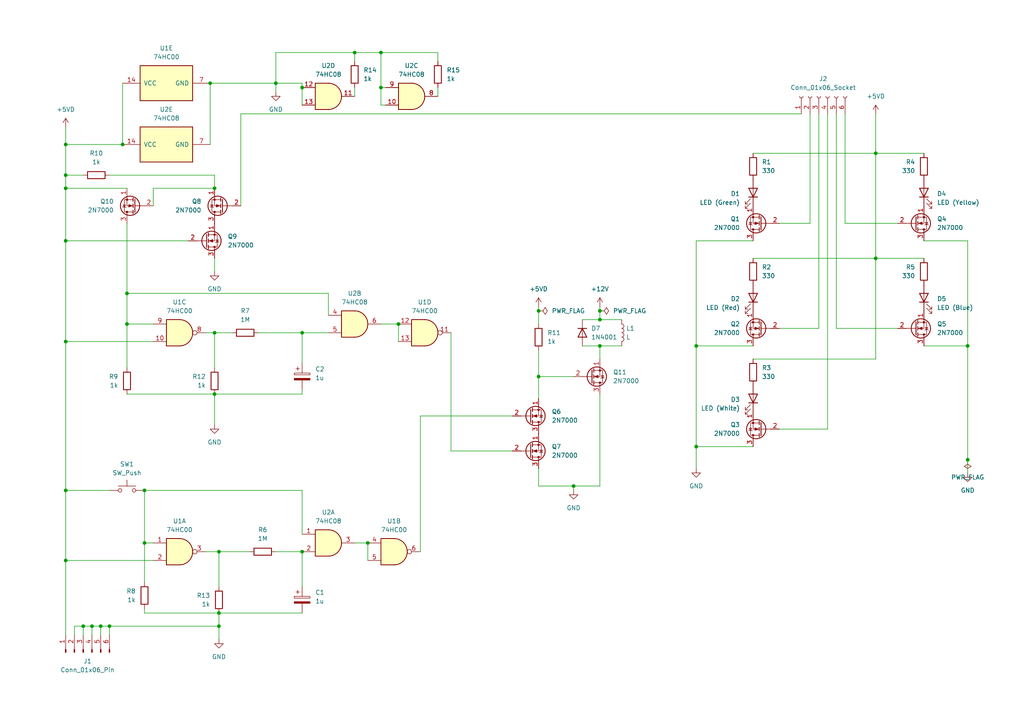
<source format=kicad_sch>
(kicad_sch (version 20230121) (generator eeschema)
  (paper "A4")
  (lib_symbols
    (symbol "74HC00_1" (pin_names (offset 1.016))
      (property "Reference" "U2" (at -0.0083 8.89 0))
      (property "Value" "74HC08" (at -0.0083 6.35 0))
      (symbol "74HC00_1_1_1"
        (pin input line (at -7.62 2.54 0) (length 3.81) (name "~") (number "1"))
        (pin input line (at -7.62 -2.54 0) (length 3.81) (name "~") (number "2"))
        (pin output line (at 7.62 0 180) (length 3.81) (name "~") (number "3"))
      )
      (symbol "74HC00_1_1_2"
        (pin input inverted (at -7.62 2.54 0) (length 4.318) (name "~") (number "1"))
        (pin input inverted (at -7.62 -2.54 0) (length 4.318) (name "~") (number "2"))
        (pin output line (at 7.62 0 180) (length 3.81) (name "~") (number "3"))
      )
      (symbol "74HC00_1_2_1"
        (pin input line (at -7.62 2.54 0) (length 3.81) (name "~") (number "4"))
        (pin input line (at -7.62 -2.54 0) (length 3.81) (name "~") (number "5"))
        (pin output line (at 7.62 0 180) (length 3.81) (name "~") (number "6"))
      )
      (symbol "74HC00_1_2_2"
        (pin input inverted (at -7.62 2.54 0) (length 4.318) (name "~") (number "4"))
        (pin input inverted (at -7.62 -2.54 0) (length 4.318) (name "~") (number "5"))
        (pin output line (at 7.62 0 180) (length 3.81) (name "~") (number "6"))
      )
      (symbol "74HC00_1_3_1"
        (pin input line (at -7.62 -2.54 0) (length 3.81) (name "~") (number "10"))
        (pin output line (at 7.62 0 180) (length 3.81) (name "~") (number "8"))
        (pin input line (at -7.62 2.54 0) (length 3.81) (name "~") (number "9"))
      )
      (symbol "74HC00_1_3_2"
        (pin input inverted (at -7.62 -2.54 0) (length 4.318) (name "~") (number "10"))
        (pin output line (at 7.62 0 180) (length 3.81) (name "~") (number "8"))
        (pin input inverted (at -7.62 2.54 0) (length 4.318) (name "~") (number "9"))
      )
      (symbol "74HC00_1_4_1"
        (pin output line (at 7.62 0 180) (length 3.81) (name "~") (number "11"))
        (pin input line (at -7.62 2.54 0) (length 3.81) (name "~") (number "12"))
        (pin input line (at -7.62 -2.54 0) (length 3.81) (name "~") (number "13"))
      )
      (symbol "74HC00_1_4_2"
        (pin output line (at 7.62 0 180) (length 3.81) (name "~") (number "11"))
        (pin input inverted (at -7.62 2.54 0) (length 4.318) (name "~") (number "12"))
        (pin input inverted (at -7.62 -2.54 0) (length 4.318) (name "~") (number "13"))
      )
      (symbol "74HC00_1_5_0"
        (pin power_in line (at 0 12.7 270) (length 5.08) (name "VCC") (number "14"))
        (pin power_in line (at 0 -12.7 90) (length 5.08) (name "GND") (number "7"))
      )
    )
    (symbol "74HC00_2" (pin_names (offset 1.016))
      (property "Reference" "U2" (at -0.0083 8.89 0))
      (property "Value" "74HC08" (at -0.0083 6.35 0))
      (symbol "74HC00_2_1_1"
        (pin input line (at -7.62 2.54 0) (length 3.81) (name "~") (number "1"))
        (pin input line (at -7.62 -2.54 0) (length 3.81) (name "~") (number "2"))
        (pin output line (at 7.62 0 180) (length 3.81) (name "~") (number "3"))
      )
      (symbol "74HC00_2_1_2"
        (pin input inverted (at -7.62 2.54 0) (length 4.318) (name "~") (number "1"))
        (pin input inverted (at -7.62 -2.54 0) (length 4.318) (name "~") (number "2"))
        (pin output line (at 7.62 0 180) (length 3.81) (name "~") (number "3"))
      )
      (symbol "74HC00_2_2_1"
        (pin input line (at -7.62 2.54 0) (length 3.81) (name "~") (number "4"))
        (pin input line (at -7.62 -2.54 0) (length 3.81) (name "~") (number "5"))
        (pin output line (at 7.62 0 180) (length 3.81) (name "~") (number "6"))
      )
      (symbol "74HC00_2_2_2"
        (pin input inverted (at -7.62 2.54 0) (length 4.318) (name "~") (number "4"))
        (pin input inverted (at -7.62 -2.54 0) (length 4.318) (name "~") (number "5"))
        (pin output line (at 7.62 0 180) (length 3.81) (name "~") (number "6"))
      )
      (symbol "74HC00_2_3_1"
        (pin input line (at -7.62 -2.54 0) (length 3.81) (name "~") (number "10"))
        (pin output line (at 7.62 0 180) (length 3.81) (name "~") (number "8"))
        (pin input line (at -7.62 2.54 0) (length 3.81) (name "~") (number "9"))
      )
      (symbol "74HC00_2_3_2"
        (pin input inverted (at -7.62 -2.54 0) (length 4.318) (name "~") (number "10"))
        (pin output line (at 7.62 0 180) (length 3.81) (name "~") (number "8"))
        (pin input inverted (at -7.62 2.54 0) (length 4.318) (name "~") (number "9"))
      )
      (symbol "74HC00_2_4_1"
        (pin output line (at 7.62 0 180) (length 3.81) (name "~") (number "11"))
        (pin input line (at -7.62 2.54 0) (length 3.81) (name "~") (number "12"))
        (pin input line (at -7.62 -2.54 0) (length 3.81) (name "~") (number "13"))
      )
      (symbol "74HC00_2_4_2"
        (pin output line (at 7.62 0 180) (length 3.81) (name "~") (number "11"))
        (pin input inverted (at -7.62 2.54 0) (length 4.318) (name "~") (number "12"))
        (pin input inverted (at -7.62 -2.54 0) (length 4.318) (name "~") (number "13"))
      )
      (symbol "74HC00_2_5_0"
        (pin power_in line (at 0 12.7 270) (length 5.08) (name "VCC") (number "14"))
        (pin power_in line (at 0 -12.7 90) (length 5.08) (name "GND") (number "7"))
      )
    )
    (symbol "74HC00_3" (pin_names (offset 1.016))
      (property "Reference" "U2" (at -0.0083 8.89 0))
      (property "Value" "74HC08" (at -0.0083 6.35 0))
      (symbol "74HC00_3_1_1"
        (pin input line (at -7.62 2.54 0) (length 3.81) (name "~") (number "1"))
        (pin input line (at -7.62 -2.54 0) (length 3.81) (name "~") (number "2"))
        (pin output line (at 7.62 0 180) (length 3.81) (name "~") (number "3"))
      )
      (symbol "74HC00_3_1_2"
        (pin input inverted (at -7.62 2.54 0) (length 4.318) (name "~") (number "1"))
        (pin input inverted (at -7.62 -2.54 0) (length 4.318) (name "~") (number "2"))
        (pin output line (at 7.62 0 180) (length 3.81) (name "~") (number "3"))
      )
      (symbol "74HC00_3_2_1"
        (pin input line (at -7.62 2.54 0) (length 3.81) (name "~") (number "4"))
        (pin input line (at -7.62 -2.54 0) (length 3.81) (name "~") (number "5"))
        (pin output line (at 7.62 0 180) (length 3.81) (name "~") (number "6"))
      )
      (symbol "74HC00_3_2_2"
        (pin input inverted (at -7.62 2.54 0) (length 4.318) (name "~") (number "4"))
        (pin input inverted (at -7.62 -2.54 0) (length 4.318) (name "~") (number "5"))
        (pin output line (at 7.62 0 180) (length 3.81) (name "~") (number "6"))
      )
      (symbol "74HC00_3_3_1"
        (pin input line (at -7.62 -2.54 0) (length 3.81) (name "~") (number "10"))
        (pin output line (at 7.62 0 180) (length 3.81) (name "~") (number "8"))
        (pin input line (at -7.62 2.54 0) (length 3.81) (name "~") (number "9"))
      )
      (symbol "74HC00_3_3_2"
        (pin input inverted (at -7.62 -2.54 0) (length 4.318) (name "~") (number "10"))
        (pin output line (at 7.62 0 180) (length 3.81) (name "~") (number "8"))
        (pin input inverted (at -7.62 2.54 0) (length 4.318) (name "~") (number "9"))
      )
      (symbol "74HC00_3_4_1"
        (pin output line (at 7.62 0 180) (length 3.81) (name "~") (number "11"))
        (pin input line (at -7.62 2.54 0) (length 3.81) (name "~") (number "12"))
        (pin input line (at -7.62 -2.54 0) (length 3.81) (name "~") (number "13"))
      )
      (symbol "74HC00_3_4_2"
        (pin output line (at 7.62 0 180) (length 3.81) (name "~") (number "11"))
        (pin input inverted (at -7.62 2.54 0) (length 4.318) (name "~") (number "12"))
        (pin input inverted (at -7.62 -2.54 0) (length 4.318) (name "~") (number "13"))
      )
      (symbol "74HC00_3_5_0"
        (pin power_in line (at 0 12.7 270) (length 5.08) (name "VCC") (number "14"))
        (pin power_in line (at 0 -12.7 90) (length 5.08) (name "GND") (number "7"))
      )
    )
    (symbol "74HC00_4" (pin_names (offset 1.016))
      (property "Reference" "U2" (at -0.0083 8.89 0))
      (property "Value" "74HC08" (at -0.0083 6.35 0))
      (symbol "74HC00_4_1_1"
        (pin input line (at -7.62 2.54 0) (length 3.81) (name "~") (number "1"))
        (pin input line (at -7.62 -2.54 0) (length 3.81) (name "~") (number "2"))
        (pin output line (at 7.62 0 180) (length 3.81) (name "~") (number "3"))
      )
      (symbol "74HC00_4_1_2"
        (pin input inverted (at -7.62 2.54 0) (length 4.318) (name "~") (number "1"))
        (pin input inverted (at -7.62 -2.54 0) (length 4.318) (name "~") (number "2"))
        (pin output line (at 7.62 0 180) (length 3.81) (name "~") (number "3"))
      )
      (symbol "74HC00_4_2_1"
        (pin input line (at -7.62 2.54 0) (length 3.81) (name "~") (number "4"))
        (pin input line (at -7.62 -2.54 0) (length 3.81) (name "~") (number "5"))
        (pin output line (at 7.62 0 180) (length 3.81) (name "~") (number "6"))
      )
      (symbol "74HC00_4_2_2"
        (pin input inverted (at -7.62 2.54 0) (length 4.318) (name "~") (number "4"))
        (pin input inverted (at -7.62 -2.54 0) (length 4.318) (name "~") (number "5"))
        (pin output line (at 7.62 0 180) (length 3.81) (name "~") (number "6"))
      )
      (symbol "74HC00_4_3_1"
        (pin input line (at -7.62 -2.54 0) (length 3.81) (name "~") (number "10"))
        (pin output line (at 7.62 0 180) (length 3.81) (name "~") (number "8"))
        (pin input line (at -7.62 2.54 0) (length 3.81) (name "~") (number "9"))
      )
      (symbol "74HC00_4_3_2"
        (pin input inverted (at -7.62 -2.54 0) (length 4.318) (name "~") (number "10"))
        (pin output line (at 7.62 0 180) (length 3.81) (name "~") (number "8"))
        (pin input inverted (at -7.62 2.54 0) (length 4.318) (name "~") (number "9"))
      )
      (symbol "74HC00_4_4_1"
        (pin output line (at 7.62 0 180) (length 3.81) (name "~") (number "11"))
        (pin input line (at -7.62 2.54 0) (length 3.81) (name "~") (number "12"))
        (pin input line (at -7.62 -2.54 0) (length 3.81) (name "~") (number "13"))
      )
      (symbol "74HC00_4_4_2"
        (pin output line (at 7.62 0 180) (length 3.81) (name "~") (number "11"))
        (pin input inverted (at -7.62 2.54 0) (length 4.318) (name "~") (number "12"))
        (pin input inverted (at -7.62 -2.54 0) (length 4.318) (name "~") (number "13"))
      )
      (symbol "74HC00_4_5_0"
        (pin power_in line (at 0 12.7 270) (length 5.08) (name "VCC") (number "14"))
        (pin power_in line (at 0 -12.7 90) (length 5.08) (name "GND") (number "7"))
      )
    )
    (symbol "74HC00_5" (pin_names (offset 1.016))
      (property "Reference" "U2" (at -0.0083 8.89 0))
      (property "Value" "74HC08" (at -0.0083 6.35 0))
      (symbol "74HC00_5_1_1"
        (pin input line (at -7.62 2.54 0) (length 3.81) (name "~") (number "1"))
        (pin input line (at -7.62 -2.54 0) (length 3.81) (name "~") (number "2"))
        (pin output line (at 7.62 0 180) (length 3.81) (name "~") (number "3"))
      )
      (symbol "74HC00_5_1_2"
        (pin input inverted (at -7.62 2.54 0) (length 4.318) (name "~") (number "1"))
        (pin input inverted (at -7.62 -2.54 0) (length 4.318) (name "~") (number "2"))
        (pin output line (at 7.62 0 180) (length 3.81) (name "~") (number "3"))
      )
      (symbol "74HC00_5_2_1"
        (pin input line (at -7.62 2.54 0) (length 3.81) (name "~") (number "4"))
        (pin input line (at -7.62 -2.54 0) (length 3.81) (name "~") (number "5"))
        (pin output line (at 7.62 0 180) (length 3.81) (name "~") (number "6"))
      )
      (symbol "74HC00_5_2_2"
        (pin input inverted (at -7.62 2.54 0) (length 4.318) (name "~") (number "4"))
        (pin input inverted (at -7.62 -2.54 0) (length 4.318) (name "~") (number "5"))
        (pin output line (at 7.62 0 180) (length 3.81) (name "~") (number "6"))
      )
      (symbol "74HC00_5_3_1"
        (pin input line (at -7.62 -2.54 0) (length 3.81) (name "~") (number "10"))
        (pin output line (at 7.62 0 180) (length 3.81) (name "~") (number "8"))
        (pin input line (at -7.62 2.54 0) (length 3.81) (name "~") (number "9"))
      )
      (symbol "74HC00_5_3_2"
        (pin input inverted (at -7.62 -2.54 0) (length 4.318) (name "~") (number "10"))
        (pin output line (at 7.62 0 180) (length 3.81) (name "~") (number "8"))
        (pin input inverted (at -7.62 2.54 0) (length 4.318) (name "~") (number "9"))
      )
      (symbol "74HC00_5_4_1"
        (pin output line (at 7.62 0 180) (length 3.81) (name "~") (number "11"))
        (pin input line (at -7.62 2.54 0) (length 3.81) (name "~") (number "12"))
        (pin input line (at -7.62 -2.54 0) (length 3.81) (name "~") (number "13"))
      )
      (symbol "74HC00_5_4_2"
        (pin output line (at 7.62 0 180) (length 3.81) (name "~") (number "11"))
        (pin input inverted (at -7.62 2.54 0) (length 4.318) (name "~") (number "12"))
        (pin input inverted (at -7.62 -2.54 0) (length 4.318) (name "~") (number "13"))
      )
      (symbol "74HC00_5_5_0"
        (pin power_in line (at 0 12.7 270) (length 5.08) (name "VCC") (number "14"))
        (pin power_in line (at 0 -12.7 90) (length 5.08) (name "GND") (number "7"))
      )
    )
    (symbol "74xx:74HC00" (pin_names (offset 1.016))
      (property "Reference" "U" (at 0 1.27 0))
      (property "Value" "74HC00" (at 0 -1.27 0))
      (symbol "74HC00_1_1"
        (pin input line (at -7.62 2.54 0) (length 3.81) (name "~") (number "1"))
        (pin input line (at -7.62 -2.54 0) (length 3.81) (name "~") (number "2"))
        (pin output inverted (at 7.62 0 180) (length 3.81) (name "~") (number "3"))
      )
      (symbol "74HC00_1_2"
        (pin input inverted (at -7.62 2.54 0) (length 4.318) (name "~") (number "1"))
        (pin input inverted (at -7.62 -2.54 0) (length 4.318) (name "~") (number "2"))
        (pin output line (at 7.62 0 180) (length 3.81) (name "~") (number "3"))
      )
      (symbol "74HC00_2_1"
        (pin input line (at -7.62 2.54 0) (length 3.81) (name "~") (number "4"))
        (pin input line (at -7.62 -2.54 0) (length 3.81) (name "~") (number "5"))
        (pin output inverted (at 7.62 0 180) (length 3.81) (name "~") (number "6"))
      )
      (symbol "74HC00_2_2"
        (pin input inverted (at -7.62 2.54 0) (length 4.318) (name "~") (number "4"))
        (pin input inverted (at -7.62 -2.54 0) (length 4.318) (name "~") (number "5"))
        (pin output line (at 7.62 0 180) (length 3.81) (name "~") (number "6"))
      )
      (symbol "74HC00_3_1"
        (pin input line (at -7.62 -2.54 0) (length 3.81) (name "~") (number "10"))
        (pin output inverted (at 7.62 0 180) (length 3.81) (name "~") (number "8"))
        (pin input line (at -7.62 2.54 0) (length 3.81) (name "~") (number "9"))
      )
      (symbol "74HC00_3_2"
        (pin input inverted (at -7.62 -2.54 0) (length 4.318) (name "~") (number "10"))
        (pin output line (at 7.62 0 180) (length 3.81) (name "~") (number "8"))
        (pin input inverted (at -7.62 2.54 0) (length 4.318) (name "~") (number "9"))
      )
      (symbol "74HC00_4_1"
        (pin output inverted (at 7.62 0 180) (length 3.81) (name "~") (number "11"))
        (pin input line (at -7.62 2.54 0) (length 3.81) (name "~") (number "12"))
        (pin input line (at -7.62 -2.54 0) (length 3.81) (name "~") (number "13"))
      )
      (symbol "74HC00_4_2"
        (pin output line (at 7.62 0 180) (length 3.81) (name "~") (number "11"))
        (pin input inverted (at -7.62 2.54 0) (length 4.318) (name "~") (number "12"))
        (pin input inverted (at -7.62 -2.54 0) (length 4.318) (name "~") (number "13"))
      )
      (symbol "74HC00_5_0"
        (pin power_in line (at 0 12.7 270) (length 5.08) (name "VCC") (number "14"))
        (pin power_in line (at 0 -12.7 90) (length 5.08) (name "GND") (number "7"))
      )
    )
    (symbol "Connector:Conn_01x06_Pin" (pin_names (offset 1.016) hide)
      (property "Reference" "J" (at 0 7.62 0))
      (property "Value" "Conn_01x06_Pin" (at 0 -10.16 0))
      (symbol "Conn_01x06_Pin_1_1"
        (pin passive line (at 5.08 5.08 180) (length 3.81) (name "Pin_1") (number "1"))
        (pin passive line (at 5.08 2.54 180) (length 3.81) (name "Pin_2") (number "2"))
        (pin passive line (at 5.08 0 180) (length 3.81) (name "Pin_3") (number "3"))
        (pin passive line (at 5.08 -2.54 180) (length 3.81) (name "Pin_4") (number "4"))
        (pin passive line (at 5.08 -5.08 180) (length 3.81) (name "Pin_5") (number "5"))
        (pin passive line (at 5.08 -7.62 180) (length 3.81) (name "Pin_6") (number "6"))
      )
    )
    (symbol "Connector:Conn_01x06_Socket" (pin_names (offset 1.016) hide)
      (property "Reference" "J" (at 0 7.62 0))
      (property "Value" "Conn_01x06_Socket" (at 0 -10.16 0))
      (symbol "Conn_01x06_Socket_1_1"
        (pin passive line (at -5.08 5.08 0) (length 3.81) (name "Pin_1") (number "1"))
        (pin passive line (at -5.08 2.54 0) (length 3.81) (name "Pin_2") (number "2"))
        (pin passive line (at -5.08 0 0) (length 3.81) (name "Pin_3") (number "3"))
        (pin passive line (at -5.08 -2.54 0) (length 3.81) (name "Pin_4") (number "4"))
        (pin passive line (at -5.08 -5.08 0) (length 3.81) (name "Pin_5") (number "5"))
        (pin passive line (at -5.08 -7.62 0) (length 3.81) (name "Pin_6") (number "6"))
      )
    )
    (symbol "Device:C_Polarized" (pin_numbers hide) (pin_names (offset 0.254))
      (property "Reference" "C" (at 0.635 2.54 0))
      (property "Value" "C_Polarized" (at 0.635 -2.54 0))
      (symbol "C_Polarized_1_1"
        (pin passive line (at 0 3.81 270) (length 2.794) (name "~") (number "1"))
        (pin passive line (at 0 -3.81 90) (length 2.794) (name "~") (number "2"))
      )
    )
    (symbol "Device:L" (pin_numbers hide) (pin_names (offset 1.016) hide)
      (property "Reference" "L" (at -1.27 0 90))
      (property "Value" "L" (at 1.905 0 90))
      (symbol "L_1_1"
        (pin passive line (at 0 3.81 270) (length 1.27) (name "1") (number "1"))
        (pin passive line (at 0 -3.81 90) (length 1.27) (name "2") (number "2"))
      )
    )
    (symbol "Device:LED" (pin_numbers hide) (pin_names (offset 1.016) hide)
      (property "Reference" "D" (at 0 2.54 0))
      (property "Value" "LED" (at 0 -2.54 0))
      (symbol "LED_1_1"
        (pin passive line (at -3.81 0 0) (length 2.54) (name "K") (number "1"))
        (pin passive line (at 3.81 0 180) (length 2.54) (name "A") (number "2"))
      )
    )
    (symbol "Device:R" (pin_numbers hide) (pin_names (offset 0))
      (property "Reference" "R" (at 2.032 0 90))
      (property "Value" "R" (at 0 0 90))
      (symbol "R_1_1"
        (pin passive line (at 0 3.81 270) (length 1.27) (name "~") (number "1"))
        (pin passive line (at 0 -3.81 90) (length 1.27) (name "~") (number "2"))
      )
    )
    (symbol "Diode:1N4001" (pin_numbers hide) (pin_names hide)
      (property "Reference" "D" (at 0 2.54 0))
      (property "Value" "1N4001" (at 0 -2.54 0))
      (symbol "1N4001_1_1"
        (pin passive line (at -3.81 0 0) (length 2.54) (name "K") (number "1"))
        (pin passive line (at 3.81 0 180) (length 2.54) (name "A") (number "2"))
      )
    )
    (symbol "Switch:SW_Push" (pin_numbers hide) (pin_names (offset 1.016) hide)
      (property "Reference" "SW" (at 1.27 2.54 0))
      (property "Value" "SW_Push" (at 0 -1.524 0))
      (symbol "SW_Push_0_1"
        (pin passive line (at -5.08 0 0) (length 2.54) (name "1") (number "1"))
        (pin passive line (at 5.08 0 180) (length 2.54) (name "2") (number "2"))
      )
    )
    (symbol "Transistor_FET:2N7000" (pin_names hide)
      (property "Reference" "Q" (at 5.08 1.905 0))
      (property "Value" "2N7000" (at 5.08 0 0))
      (symbol "2N7000_1_1"
        (pin passive line (at 2.54 -5.08 90) (length 2.54) (name "S") (number "1"))
        (pin input line (at -5.08 0 0) (length 2.54) (name "G") (number "2"))
        (pin passive line (at 2.54 5.08 270) (length 2.54) (name "D") (number "3"))
      )
    )
    (symbol "power:+12V" (power) (pin_names (offset 0))
      (property "Value" "+12V" (at 0 3.556 0))
      (symbol "+12V_1_1"
        (pin power_in line (at 0 0 90) (length 0) hide (name "+12V") (number "1"))
      )
    )
    (symbol "power:+5VD" (power) (pin_names (offset 0))
      (property "Value" "+5VD" (at 0 3.556 0))
      (symbol "+5VD_1_1"
        (pin power_in line (at 0 0 90) (length 0) hide (name "+5VD") (number "1"))
      )
    )
    (symbol "power:GND" (power) (pin_names (offset 0))
      (property "Value" "GND" (at 0 -3.81 0))
      (symbol "GND_1_1"
        (pin power_in line (at 0 0 270) (length 0) hide (name "GND") (number "1"))
      )
    )
    (symbol "power:PWR_FLAG" (power) (pin_numbers hide) (pin_names (offset 0) hide)
      (property "Value" "PWR_FLAG" (at 0 3.81 0))
      (symbol "PWR_FLAG_0_0"
        (pin power_out line (at 0 0 90) (length 0) (name "pwr") (number "1"))
      )
    )
  )
  (junction (at 19.05 41.91))
  (junction (at 106.68 157.48))
  (junction (at 35.56 41.91))
  (junction (at 110.49 15.24))
  (junction (at 102.87 15.24))
  (junction (at 19.05 69.85))
  (junction (at 87.63 96.52))
  (junction (at 173.99 92.71))
  (junction (at 201.93 129.54))
  (junction (at 115.57 93.98))
  (junction (at 156.21 109.22))
  (junction (at 62.23 96.52))
  (junction (at 63.5 177.8))
  (junction (at 19.05 142.24))
  (junction (at 254 74.93))
  (junction (at 254 44.45))
  (junction (at 173.99 100.33))
  (junction (at 173.99 90.17))
  (junction (at 24.13 181.61))
  (junction (at 19.05 162.56))
  (junction (at 26.67 181.61))
  (junction (at 19.05 99.06))
  (junction (at 280.67 100.33))
  (junction (at 87.63 25.4))
  (junction (at 110.49 25.4))
  (junction (at 166.37 140.97))
  (junction (at 19.05 50.8))
  (junction (at 29.21 181.61))
  (junction (at 201.93 100.33))
  (junction (at 62.23 54.61))
  (junction (at 63.5 160.02))
  (junction (at 80.01 24.13))
  (junction (at 41.91 142.24))
  (junction (at 60.96 24.13))
  (junction (at 41.91 157.48))
  (junction (at 31.75 181.61))
  (junction (at 156.21 90.17))
  (junction (at 63.5 181.61))
  (junction (at 36.83 85.09))
  (junction (at 19.05 54.61))
  (junction (at 36.83 93.98))
  (junction (at 62.23 114.3))
  (junction (at 87.63 160.02))
  (junction (at 280.67 133.35))
  (wire (pts (xy 156.21 109.22) (xy 156.21 115.57)))
  (wire (pts (xy 234.95 64.77) (xy 226.06 64.77)))
  (wire (pts (xy 280.67 69.85) (xy 280.67 100.33)))
  (wire (pts (xy 87.63 160.02) (xy 87.63 170.18)))
  (wire (pts (xy 242.57 95.25) (xy 260.35 95.25)))
  (wire (pts (xy 280.67 133.35) (xy 280.67 137.16)))
  (wire (pts (xy 69.85 33.02) (xy 69.85 59.69)))
  (wire (pts (xy 173.99 140.97) (xy 166.37 140.97)))
  (wire (pts (xy 95.25 91.44) (xy 95.25 85.09)))
  (wire (pts (xy 166.37 140.97) (xy 166.37 142.24)))
  (wire (pts (xy 173.99 100.33) (xy 180.34 100.33)))
  (wire (pts (xy 36.83 93.98) (xy 44.45 93.98)))
  (wire (pts (xy 148.59 120.65) (xy 121.92 120.65)))
  (wire (pts (xy 59.69 96.52) (xy 62.23 96.52)))
  (wire (pts (xy 35.56 24.13) (xy 35.56 41.91)))
  (wire (pts (xy 19.05 41.91) (xy 19.05 50.8)))
  (wire (pts (xy 115.57 93.98) (xy 115.57 99.06)))
  (wire (pts (xy 201.93 129.54) (xy 201.93 135.89)))
  (wire (pts (xy 254 44.45) (xy 254 74.93)))
  (wire (pts (xy 19.05 99.06) (xy 19.05 142.24)))
  (wire (pts (xy 87.63 142.24) (xy 41.91 142.24)))
  (wire (pts (xy 62.23 114.3) (xy 87.63 114.3)))
  (wire (pts (xy 156.21 101.6) (xy 156.21 109.22)))
  (wire (pts (xy 102.87 25.4) (xy 102.87 27.94)))
  (wire (pts (xy 60.96 41.91) (xy 60.96 24.13)))
  (wire (pts (xy 74.93 96.52) (xy 87.63 96.52)))
  (wire (pts (xy 237.49 95.25) (xy 226.06 95.25)))
  (wire (pts (xy 44.45 162.56) (xy 19.05 162.56)))
  (wire (pts (xy 180.34 92.71) (xy 173.99 92.71)))
  (wire (pts (xy 168.91 92.71) (xy 173.99 92.71)))
  (wire (pts (xy 19.05 69.85) (xy 19.05 99.06)))
  (wire (pts (xy 31.75 50.8) (xy 62.23 50.8)))
  (wire (pts (xy 242.57 33.02) (xy 242.57 95.25)))
  (wire (pts (xy 218.44 129.54) (xy 201.93 129.54)))
  (wire (pts (xy 111.76 25.4) (xy 110.49 25.4)))
  (wire (pts (xy 21.59 184.15) (xy 21.59 181.61)))
  (wire (pts (xy 35.56 41.91) (xy 19.05 41.91)))
  (wire (pts (xy 62.23 96.52) (xy 67.31 96.52)))
  (wire (pts (xy 280.67 100.33) (xy 280.67 133.35)))
  (wire (pts (xy 102.87 15.24) (xy 102.87 17.78)))
  (wire (pts (xy 110.49 25.4) (xy 110.49 30.48)))
  (wire (pts (xy 267.97 69.85) (xy 280.67 69.85)))
  (wire (pts (xy 62.23 74.93) (xy 62.23 78.74)))
  (wire (pts (xy 87.63 25.4) (xy 87.63 30.48)))
  (wire (pts (xy 63.5 181.61) (xy 63.5 185.42)))
  (wire (pts (xy 41.91 142.24) (xy 41.91 157.48)))
  (wire (pts (xy 166.37 140.97) (xy 156.21 140.97)))
  (wire (pts (xy 26.67 181.61) (xy 29.21 181.61)))
  (wire (pts (xy 26.67 181.61) (xy 26.67 184.15)))
  (wire (pts (xy 240.03 33.02) (xy 240.03 124.46)))
  (wire (pts (xy 62.23 114.3) (xy 62.23 123.19)))
  (wire (pts (xy 168.91 100.33) (xy 173.99 100.33)))
  (wire (pts (xy 41.91 157.48) (xy 41.91 168.91)))
  (wire (pts (xy 36.83 54.61) (xy 19.05 54.61)))
  (wire (pts (xy 44.45 54.61) (xy 44.45 59.69)))
  (wire (pts (xy 36.83 114.3) (xy 62.23 114.3)))
  (wire (pts (xy 156.21 90.17) (xy 156.21 93.98)))
  (wire (pts (xy 41.91 177.8) (xy 41.91 176.53)))
  (wire (pts (xy 254 74.93) (xy 254 104.14)))
  (wire (pts (xy 110.49 15.24) (xy 127 15.24)))
  (wire (pts (xy 102.87 157.48) (xy 106.68 157.48)))
  (wire (pts (xy 80.01 15.24) (xy 102.87 15.24)))
  (wire (pts (xy 62.23 54.61) (xy 44.45 54.61)))
  (wire (pts (xy 173.99 114.3) (xy 173.99 140.97)))
  (wire (pts (xy 87.63 154.94) (xy 87.63 142.24)))
  (wire (pts (xy 173.99 88.9) (xy 173.99 90.17)))
  (wire (pts (xy 44.45 99.06) (xy 19.05 99.06)))
  (wire (pts (xy 240.03 124.46) (xy 226.06 124.46)))
  (wire (pts (xy 69.85 33.02) (xy 232.41 33.02)))
  (wire (pts (xy 63.5 160.02) (xy 63.5 170.18)))
  (wire (pts (xy 29.21 181.61) (xy 31.75 181.61)))
  (wire (pts (xy 63.5 160.02) (xy 72.39 160.02)))
  (wire (pts (xy 19.05 54.61) (xy 19.05 69.85)))
  (wire (pts (xy 60.96 24.13) (xy 80.01 24.13)))
  (wire (pts (xy 19.05 142.24) (xy 31.75 142.24)))
  (wire (pts (xy 87.63 96.52) (xy 87.63 105.41)))
  (wire (pts (xy 237.49 33.02) (xy 237.49 95.25)))
  (wire (pts (xy 254 33.02) (xy 254 44.45)))
  (wire (pts (xy 59.69 160.02) (xy 63.5 160.02)))
  (wire (pts (xy 110.49 93.98) (xy 115.57 93.98)))
  (wire (pts (xy 87.63 25.4) (xy 87.63 24.13)))
  (wire (pts (xy 80.01 160.02) (xy 87.63 160.02)))
  (wire (pts (xy 36.83 93.98) (xy 36.83 106.68)))
  (wire (pts (xy 87.63 96.52) (xy 95.25 96.52)))
  (wire (pts (xy 254 44.45) (xy 267.97 44.45)))
  (wire (pts (xy 21.59 181.61) (xy 24.13 181.61)))
  (wire (pts (xy 127 15.24) (xy 127 17.78)))
  (wire (pts (xy 234.95 33.02) (xy 234.95 64.77)))
  (wire (pts (xy 106.68 157.48) (xy 106.68 162.56)))
  (wire (pts (xy 24.13 181.61) (xy 26.67 181.61)))
  (wire (pts (xy 19.05 36.83) (xy 19.05 41.91)))
  (wire (pts (xy 41.91 157.48) (xy 44.45 157.48)))
  (wire (pts (xy 31.75 181.61) (xy 31.75 184.15)))
  (wire (pts (xy 218.44 69.85) (xy 201.93 69.85)))
  (wire (pts (xy 156.21 88.9) (xy 156.21 90.17)))
  (wire (pts (xy 63.5 177.8) (xy 41.91 177.8)))
  (wire (pts (xy 95.25 85.09) (xy 36.83 85.09)))
  (wire (pts (xy 19.05 50.8) (xy 19.05 54.61)))
  (wire (pts (xy 218.44 44.45) (xy 254 44.45)))
  (wire (pts (xy 127 25.4) (xy 127 27.94)))
  (wire (pts (xy 29.21 181.61) (xy 29.21 184.15)))
  (wire (pts (xy 121.92 120.65) (xy 121.92 160.02)))
  (wire (pts (xy 110.49 15.24) (xy 110.49 25.4)))
  (wire (pts (xy 24.13 181.61) (xy 24.13 184.15)))
  (wire (pts (xy 111.76 30.48) (xy 110.49 30.48)))
  (wire (pts (xy 254 74.93) (xy 267.97 74.93)))
  (wire (pts (xy 19.05 69.85) (xy 54.61 69.85)))
  (wire (pts (xy 19.05 162.56) (xy 19.05 184.15)))
  (wire (pts (xy 62.23 96.52) (xy 62.23 106.68)))
  (wire (pts (xy 87.63 177.8) (xy 63.5 177.8)))
  (wire (pts (xy 62.23 50.8) (xy 62.23 54.61)))
  (wire (pts (xy 173.99 90.17) (xy 173.99 92.71)))
  (wire (pts (xy 218.44 74.93) (xy 254 74.93)))
  (wire (pts (xy 201.93 100.33) (xy 218.44 100.33)))
  (wire (pts (xy 36.83 64.77) (xy 36.83 85.09)))
  (wire (pts (xy 19.05 50.8) (xy 24.13 50.8)))
  (wire (pts (xy 87.63 24.13) (xy 80.01 24.13)))
  (wire (pts (xy 36.83 85.09) (xy 36.83 93.98)))
  (wire (pts (xy 19.05 162.56) (xy 19.05 142.24)))
  (wire (pts (xy 201.93 100.33) (xy 201.93 129.54)))
  (wire (pts (xy 102.87 15.24) (xy 110.49 15.24)))
  (wire (pts (xy 156.21 140.97) (xy 156.21 135.89)))
  (wire (pts (xy 63.5 177.8) (xy 63.5 181.61)))
  (wire (pts (xy 80.01 15.24) (xy 80.01 24.13)))
  (wire (pts (xy 166.37 109.22) (xy 156.21 109.22)))
  (wire (pts (xy 80.01 24.13) (xy 80.01 26.67)))
  (wire (pts (xy 31.75 181.61) (xy 63.5 181.61)))
  (wire (pts (xy 130.81 130.81) (xy 148.59 130.81)))
  (wire (pts (xy 173.99 100.33) (xy 173.99 104.14)))
  (wire (pts (xy 245.11 64.77) (xy 260.35 64.77)))
  (wire (pts (xy 87.63 113.03) (xy 87.63 114.3)))
  (wire (pts (xy 245.11 33.02) (xy 245.11 64.77)))
  (wire (pts (xy 218.44 104.14) (xy 254 104.14)))
  (wire (pts (xy 267.97 100.33) (xy 280.67 100.33)))
  (wire (pts (xy 201.93 69.85) (xy 201.93 100.33)))
  (wire (pts (xy 130.81 96.52) (xy 130.81 130.81)))
  (symbol (lib_id "power:GND") (at 62.23 78.74 0) (unit 1)
    (property "Reference" "#PWR08" (effects hide))
    (property "Value" "GND" (at 62.23 83.82 0))
  )
  (symbol (lib_id "power:GND") (at 201.93 135.89 0) (unit 1)
    (property "Reference" "#PWR05" (effects hide))
    (property "Value" "GND" (at 201.93 140.97 0))
  )
  (symbol (lib_id "Device:R") (at 102.87 21.59 0) (mirror y) (unit 1)
    (property "Reference" "R14" (at 105.41 20.32 0) (effects (justify right)))
    (property "Value" "1k" (at 105.41 22.86 0) (effects (justify right)))
    (property "Footprint" "Resistor_THT:R_Axial_DIN0204_L3.6mm_D1.6mm_P1.90mm_Vertical" (effects hide))
  )
  (symbol (lib_id "Device:LED") (at 267.97 55.88 90) (unit 1)
    (property "Reference" "D4" (at 271.78 56.1975 90) (effects (justify right)))
    (property "Value" "LED (Yellow)" (at 271.78 58.7375 90) (effects (justify right)))
    (property "Footprint" "Diode_THT:D_5KPW_P7.62mm_Vertical_AnodeUp" (effects hide))
  )
  (symbol (lib_id "power:GND") (at 62.23 123.19 0) (unit 1)
    (property "Reference" "#PWR011" (effects hide))
    (property "Value" "GND" (at 62.23 128.27 0))
  )
  (symbol (lib_id "Transistor_FET:2N7000") (at 220.98 124.46 180) (unit 1)
    (property "Reference" "Q3" (at 214.63 123.19 0) (effects (justify left)))
    (property "Value" "2N7000" (at 214.63 125.73 0) (effects (justify left)))
    (property "Footprint" "Package_TO_SOT_THT:TO-92_Inline" (effects hide))
    (property "Datasheet" "https://www.vishay.com/docs/70226/70226.pdf" (effects hide))
  )
  (symbol (lib_id "Device:R") (at 27.94 50.8 270) (mirror x) (unit 1)
    (property "Reference" "R10" (at 27.94 44.45 90))
    (property "Value" "1k" (at 27.94 46.99 90))
    (property "Footprint" "Resistor_THT:R_Axial_DIN0204_L3.6mm_D1.6mm_P1.90mm_Vertical" (effects hide))
  )
  (symbol (lib_id "74xx:74HC00") (at 48.26 24.13 90) (unit 5)
    (property "Reference" "U1" (at 48.26 13.97 90))
    (property "Value" "74HC00" (at 48.26 16.51 90))
    (property "Footprint" "Package_DIP:SMDIP-14_W7.62mm" (effects hide))
    (property "Datasheet" "http://www.ti.com/lit/gpn/sn74hc00" (effects hide))
  )
  (symbol (lib_id "Switch:SW_Push") (at 36.83 142.24 0) (unit 1)
    (property "Reference" "SW1" (at 36.83 134.62 0))
    (property "Value" "SW_Push" (at 36.83 137.16 0))
    (property "Footprint" "Button_Switch_THT:Push_E-Switch_KS01Q01" (effects hide))
  )
  (symbol (lib_id "Device:LED") (at 218.44 86.36 270) (mirror x) (unit 1)
    (property "Reference" "D2" (at 214.63 86.6775 90) (effects (justify right)))
    (property "Value" "LED (Red)" (at 214.63 89.2175 90) (effects (justify right)))
    (property "Footprint" "Diode_THT:D_5KPW_P7.62mm_Vertical_AnodeUp" (effects hide))
  )
  (symbol (lib_id "power:+5VD") (at 19.05 36.83 0) (unit 1)
    (property "Reference" "#PWR01" (effects hide))
    (property "Value" "+5VD" (at 19.05 31.75 0))
  )
  (symbol (lib_id "Device:R") (at 218.44 107.95 0) (unit 1)
    (property "Reference" "R3" (at 220.98 106.68 0) (effects (justify left)))
    (property "Value" "330" (at 220.98 109.22 0) (effects (justify left)))
    (property "Footprint" "Resistor_THT:R_Axial_DIN0204_L3.6mm_D1.6mm_P1.90mm_Vertical" (effects hide))
  )
  (symbol (lib_id "Transistor_FET:2N7000") (at 220.98 64.77 180) (unit 1)
    (property "Reference" "Q1" (at 214.63 63.5 0) (effects (justify left)))
    (property "Value" "2N7000" (at 214.63 66.04 0) (effects (justify left)))
    (property "Footprint" "Package_TO_SOT_THT:TO-92_Inline" (effects hide))
    (property "Datasheet" "https://www.vishay.com/docs/70226/70226.pdf" (effects hide))
  )
  (symbol (lib_name "74HC00_2") (lib_id "74xx:74HC00") (at 119.38 27.94 0) (unit 3)
    (property "Reference" "U2" (at 119.3717 19.05 0))
    (property "Value" "74HC08" (at 119.3717 21.59 0))
    (property "Footprint" "Package_DIP:SMDIP-14_W7.62mm" (effects hide))
    (property "Datasheet" "http://www.ti.com/lit/gpn/sn74hc00" (effects hide))
  )
  (symbol (lib_id "power:GND") (at 166.37 142.24 0) (unit 1)
    (property "Reference" "#PWR010" (effects hide))
    (property "Value" "GND" (at 166.37 147.32 0))
  )
  (symbol (lib_id "power:+5VD") (at 156.21 88.9 0) (unit 1)
    (property "Reference" "#PWR09" (effects hide))
    (property "Value" "+5VD" (at 156.21 83.82 0))
  )
  (symbol (lib_id "Transistor_FET:2N7000") (at 59.69 69.85 0) (mirror x) (unit 1)
    (property "Reference" "Q9" (at 66.04 68.58 0) (effects (justify left)))
    (property "Value" "2N7000" (at 66.04 71.12 0) (effects (justify left)))
    (property "Footprint" "Package_TO_SOT_THT:TO-92_Inline" (effects hide))
    (property "Datasheet" "https://www.vishay.com/docs/70226/70226.pdf" (effects hide))
  )
  (symbol (lib_id "74xx:74HC00") (at 52.07 96.52 0) (unit 3)
    (property "Reference" "U1" (at 52.0617 87.63 0))
    (property "Value" "74HC00" (at 52.0617 90.17 0))
    (property "Footprint" "Package_DIP:SMDIP-14_W7.62mm" (effects hide))
    (property "Datasheet" "http://www.ti.com/lit/gpn/sn74hc00" (effects hide))
  )
  (symbol (lib_id "Device:LED") (at 218.44 115.57 270) (mirror x) (unit 1)
    (property "Reference" "D3" (at 214.63 115.8875 90) (effects (justify right)))
    (property "Value" "LED (White)" (at 214.63 118.4275 90) (effects (justify right)))
    (property "Footprint" "Diode_THT:D_5KPW_P7.62mm_Vertical_AnodeUp" (effects hide))
  )
  (symbol (lib_name "74HC00_4") (lib_id "74xx:74HC00") (at 102.87 93.98 0) (unit 2)
    (property "Reference" "U2" (at 102.8617 85.09 0))
    (property "Value" "74HC08" (at 102.8617 87.63 0))
    (property "Footprint" "Package_DIP:SMDIP-14_W7.62mm" (effects hide))
    (property "Datasheet" "http://www.ti.com/lit/gpn/sn74hc00" (effects hide))
  )
  (symbol (lib_id "Device:R") (at 127 21.59 0) (mirror y) (unit 1)
    (property "Reference" "R15" (at 129.54 20.32 0) (effects (justify right)))
    (property "Value" "1k" (at 129.54 22.86 0) (effects (justify right)))
    (property "Footprint" "Resistor_THT:R_Axial_DIN0204_L3.6mm_D1.6mm_P1.90mm_Vertical" (effects hide))
  )
  (symbol (lib_id "power:PWR_FLAG") (at 156.21 90.17 270) (unit 1)
    (property "Reference" "#FLG08" (effects hide))
    (property "Value" "PWR_FLAG" (at 160.02 90.17 90) (effects (justify left)))
  )
  (symbol (lib_id "power:+5VD") (at 254 33.02 0) (unit 1)
    (property "Reference" "#PWR04" (effects hide))
    (property "Value" "+5VD" (at 254 27.94 0))
  )
  (symbol (lib_id "Transistor_FET:2N7000") (at 64.77 59.69 180) (unit 1)
    (property "Reference" "Q8" (at 58.42 58.42 0) (effects (justify left)))
    (property "Value" "2N7000" (at 58.42 60.96 0) (effects (justify left)))
    (property "Footprint" "Package_TO_SOT_THT:TO-92_Inline" (effects hide))
    (property "Datasheet" "https://www.vishay.com/docs/70226/70226.pdf" (effects hide))
  )
  (symbol (lib_id "power:+12V") (at 173.99 88.9 0) (unit 1)
    (property "Reference" "#PWR03" (effects hide))
    (property "Value" "+12V" (at 173.99 83.82 0))
  )
  (symbol (lib_id "Transistor_FET:2N7000") (at 265.43 64.77 0) (mirror x) (unit 1)
    (property "Reference" "Q4" (at 271.78 63.5 0) (effects (justify left)))
    (property "Value" "2N7000" (at 271.78 66.04 0) (effects (justify left)))
    (property "Footprint" "Package_TO_SOT_THT:TO-92_Inline" (effects hide))
    (property "Datasheet" "https://www.vishay.com/docs/70226/70226.pdf" (effects hide))
  )
  (symbol (lib_id "74xx:74HC00") (at 52.07 160.02 0) (unit 1)
    (property "Reference" "U1" (at 52.0617 151.13 0))
    (property "Value" "74HC00" (at 52.0617 153.67 0))
    (property "Footprint" "Package_DIP:SMDIP-14_W7.62mm" (effects hide))
    (property "Datasheet" "http://www.ti.com/lit/gpn/sn74hc00" (effects hide))
  )
  (symbol (lib_id "Device:R") (at 41.91 172.72 0) (mirror x) (unit 1)
    (property "Reference" "R8" (at 39.37 171.45 0) (effects (justify right)))
    (property "Value" "1k" (at 39.37 173.99 0) (effects (justify right)))
    (property "Footprint" "Resistor_THT:R_Axial_DIN0204_L3.6mm_D1.6mm_P1.90mm_Vertical" (effects hide))
  )
  (symbol (lib_id "power:GND") (at 63.5 185.42 0) (unit 1)
    (property "Reference" "#PWR02" (effects hide))
    (property "Value" "GND" (at 63.5 190.5 0))
  )
  (symbol (lib_name "74HC00_3") (lib_id "74xx:74HC00") (at 95.25 157.48 0) (unit 1)
    (property "Reference" "U2" (at 95.2417 148.59 0))
    (property "Value" "74HC08" (at 95.2417 151.13 0))
    (property "Footprint" "Package_DIP:SMDIP-14_W7.62mm" (effects hide))
    (property "Datasheet" "http://www.ti.com/lit/gpn/sn74hc00" (effects hide))
  )
  (symbol (lib_id "Diode:1N4001") (at 168.91 96.52 270) (unit 1)
    (property "Reference" "D7" (at 171.45 95.25 90) (effects (justify left)))
    (property "Value" "1N4001" (at 171.45 97.79 90) (effects (justify left)))
    (property "Footprint" "Diode_THT:D_DO-41_SOD81_P10.16mm_Horizontal" (effects hide))
    (property "Datasheet" "http://www.vishay.com/docs/88503/1n4001.pdf" (effects hide))
    (property "Sim.Device" "D" (effects hide))
    (property "Sim.Pins" "1=K 2=A" (effects hide))
  )
  (symbol (lib_id "74xx:74HC00") (at 123.19 96.52 0) (unit 4)
    (property "Reference" "U1" (at 123.1817 87.63 0))
    (property "Value" "74HC00" (at 123.1817 90.17 0))
    (property "Footprint" "Package_DIP:SMDIP-14_W7.62mm" (effects hide))
    (property "Datasheet" "http://www.ti.com/lit/gpn/sn74hc00" (effects hide))
  )
  (symbol (lib_id "74xx:74HC00") (at 114.3 160.02 0) (unit 2)
    (property "Reference" "U1" (at 114.2917 151.13 0))
    (property "Value" "74HC00" (at 114.2917 153.67 0))
    (property "Footprint" "Package_DIP:SMDIP-14_W7.62mm" (effects hide))
    (property "Datasheet" "http://www.ti.com/lit/gpn/sn74hc00" (effects hide))
  )
  (symbol (lib_id "Device:C_Polarized") (at 87.63 173.99 0) (unit 1)
    (property "Reference" "C1" (at 91.44 171.831 0) (effects (justify left)))
    (property "Value" "1u" (at 91.44 174.371 0) (effects (justify left)))
    (property "Footprint" "Capacitor_THT:CP_Axial_L10.0mm_D4.5mm_P15.00mm_Horizontal" (effects hide))
  )
  (symbol (lib_id "power:GND") (at 280.67 137.16 0) (unit 1)
    (property "Reference" "#PWR06" (effects hide))
    (property "Value" "GND" (at 280.67 142.24 0))
  )
  (symbol (lib_id "Device:R") (at 36.83 110.49 0) (mirror x) (unit 1)
    (property "Reference" "R9" (at 34.29 109.22 0) (effects (justify right)))
    (property "Value" "1k" (at 34.29 111.76 0) (effects (justify right)))
    (property "Footprint" "Resistor_THT:R_Axial_DIN0204_L3.6mm_D1.6mm_P1.90mm_Vertical" (effects hide))
  )
  (symbol (lib_id "Device:R") (at 76.2 160.02 90) (mirror x) (unit 1)
    (property "Reference" "R6" (at 76.2 153.67 90))
    (property "Value" "1M" (at 76.2 156.21 90))
    (property "Footprint" "Resistor_THT:R_Axial_DIN0204_L3.6mm_D1.6mm_P1.90mm_Vertical" (effects hide))
  )
  (symbol (lib_id "Device:R") (at 267.97 78.74 0) (mirror y) (unit 1)
    (property "Reference" "R5" (at 265.43 77.47 0) (effects (justify left)))
    (property "Value" "330" (at 265.43 80.01 0) (effects (justify left)))
    (property "Footprint" "Resistor_THT:R_Axial_DIN0204_L3.6mm_D1.6mm_P1.90mm_Vertical" (effects hide))
  )
  (symbol (lib_id "Transistor_FET:2N7000") (at 153.67 120.65 0) (mirror x) (unit 1)
    (property "Reference" "Q6" (at 160.02 119.38 0) (effects (justify left)))
    (property "Value" "2N7000" (at 160.02 121.92 0) (effects (justify left)))
    (property "Footprint" "Package_TO_SOT_THT:TO-92_Inline" (effects hide))
    (property "Datasheet" "https://www.vishay.com/docs/70226/70226.pdf" (effects hide))
  )
  (symbol (lib_id "Device:R") (at 63.5 173.99 0) (mirror x) (unit 1)
    (property "Reference" "R13" (at 60.96 172.72 0) (effects (justify right)))
    (property "Value" "1k" (at 60.96 175.26 0) (effects (justify right)))
    (property "Footprint" "Resistor_THT:R_Axial_DIN0204_L3.6mm_D1.6mm_P1.90mm_Vertical" (effects hide))
  )
  (symbol (lib_id "Device:R") (at 156.21 97.79 0) (mirror y) (unit 1)
    (property "Reference" "R11" (at 158.75 96.52 0) (effects (justify right)))
    (property "Value" "1k" (at 158.75 99.06 0) (effects (justify right)))
    (property "Footprint" "Resistor_THT:R_Axial_DIN0204_L3.6mm_D1.6mm_P1.90mm_Vertical" (effects hide))
  )
  (symbol (lib_id "Device:L") (at 180.34 96.52 0) (unit 1)
    (property "Reference" "L1" (at 181.61 95.25 0) (effects (justify left)))
    (property "Value" "L" (at 181.61 97.79 0) (effects (justify left)))
    (property "Footprint" "Inductor_THT:L_Axial_L5.0mm_D3.6mm_P10.00mm_Horizontal_Murata_BL01RN1A2A2" (effects hide))
  )
  (symbol (lib_id "power:PWR_FLAG") (at 280.67 133.35 180) (unit 1)
    (property "Reference" "#FLG05" (effects hide))
    (property "Value" "PWR_FLAG" (at 280.67 138.43 0))
  )
  (symbol (lib_id "Device:R") (at 218.44 78.74 0) (unit 1)
    (property "Reference" "R2" (at 220.98 77.47 0) (effects (justify left)))
    (property "Value" "330" (at 220.98 80.01 0) (effects (justify left)))
    (property "Footprint" "Resistor_THT:R_Axial_DIN0204_L3.6mm_D1.6mm_P1.90mm_Vertical" (effects hide))
  )
  (symbol (lib_id "power:GND") (at 80.01 26.67 0) (unit 1)
    (property "Reference" "#PWR07" (effects hide))
    (property "Value" "GND" (at 80.01 31.75 0))
  )
  (symbol (lib_id "Transistor_FET:2N7000") (at 153.67 130.81 0) (mirror x) (unit 1)
    (property "Reference" "Q7" (at 160.02 129.54 0) (effects (justify left)))
    (property "Value" "2N7000" (at 160.02 132.08 0) (effects (justify left)))
    (property "Footprint" "Package_TO_SOT_THT:TO-92_Inline" (effects hide))
    (property "Datasheet" "https://www.vishay.com/docs/70226/70226.pdf" (effects hide))
  )
  (symbol (lib_id "Device:LED") (at 267.97 86.36 90) (unit 1)
    (property "Reference" "D5" (at 271.78 86.6775 90) (effects (justify right)))
    (property "Value" "LED (Blue)" (at 271.78 89.2175 90) (effects (justify right)))
    (property "Footprint" "Diode_THT:D_5KPW_P7.62mm_Vertical_AnodeUp" (effects hide))
  )
  (symbol (lib_id "Connector:Conn_01x06_Pin") (at 24.13 189.23 90) (unit 1)
    (property "Reference" "J1" (at 25.4 191.77 90))
    (property "Value" "Conn_01x06_Pin" (at 25.4 194.31 90))
    (property "Footprint" "Connector_PinHeader_2.00mm:PinHeader_1x06_P2.00mm_Vertical" (effects hide))
  )
  (symbol (lib_id "Device:R") (at 267.97 48.26 0) (mirror y) (unit 1)
    (property "Reference" "R4" (at 265.43 46.99 0) (effects (justify left)))
    (property "Value" "330" (at 265.43 49.53 0) (effects (justify left)))
    (property "Footprint" "Resistor_THT:R_Axial_DIN0204_L3.6mm_D1.6mm_P1.90mm_Vertical" (effects hide))
  )
  (symbol (lib_id "Transistor_FET:2N7000") (at 39.37 59.69 180) (unit 1)
    (property "Reference" "Q10" (at 33.02 58.42 0) (effects (justify left)))
    (property "Value" "2N7000" (at 33.02 60.96 0) (effects (justify left)))
    (property "Footprint" "Package_TO_SOT_THT:TO-92_Inline" (effects hide))
    (property "Datasheet" "https://www.vishay.com/docs/70226/70226.pdf" (effects hide))
  )
  (symbol (lib_id "Transistor_FET:2N7000") (at 171.45 109.22 0) (mirror x) (unit 1)
    (property "Reference" "Q11" (at 177.8 107.95 0) (effects (justify left)))
    (property "Value" "2N7000" (at 177.8 110.49 0) (effects (justify left)))
    (property "Footprint" "Package_TO_SOT_THT:TO-92_Inline" (effects hide))
    (property "Datasheet" "https://www.vishay.com/docs/70226/70226.pdf" (effects hide))
  )
  (symbol (lib_id "Connector:Conn_01x06_Socket") (at 237.49 27.94 90) (unit 1)
    (property "Reference" "J2" (at 238.76 22.86 90))
    (property "Value" "Conn_01x06_Socket" (at 238.76 25.4 90))
    (property "Footprint" "Connector_PinSocket_1.00mm:PinSocket_1x06_P1.00mm_Vertical" (effects hide))
  )
  (symbol (lib_id "Device:LED") (at 218.44 55.88 270) (mirror x) (unit 1)
    (property "Reference" "D1" (at 214.63 56.1975 90) (effects (justify right)))
    (property "Value" "LED (Green)" (at 214.63 58.7375 90) (effects (justify right)))
    (property "Footprint" "Diode_THT:D_5KPW_P7.62mm_Vertical_AnodeUp" (effects hide))
  )
  (symbol (lib_id "Transistor_FET:2N7000") (at 220.98 95.25 180) (unit 1)
    (property "Reference" "Q2" (at 214.63 93.98 0) (effects (justify left)))
    (property "Value" "2N7000" (at 214.63 96.52 0) (effects (justify left)))
    (property "Footprint" "Package_TO_SOT_THT:TO-92_Inline" (effects hide))
    (property "Datasheet" "https://www.vishay.com/docs/70226/70226.pdf" (effects hide))
  )
  (symbol (lib_id "Device:R") (at 62.23 110.49 0) (mirror x) (unit 1)
    (property "Reference" "R12" (at 59.69 109.22 0) (effects (justify right)))
    (property "Value" "1k" (at 59.69 111.76 0) (effects (justify right)))
    (property "Footprint" "Resistor_THT:R_Axial_DIN0204_L3.6mm_D1.6mm_P1.90mm_Vertical" (effects hide))
  )
  (symbol (lib_id "Device:R") (at 71.12 96.52 90) (mirror x) (unit 1)
    (property "Reference" "R7" (at 71.12 90.17 90))
    (property "Value" "1M" (at 71.12 92.71 90))
    (property "Footprint" "Resistor_THT:R_Axial_DIN0204_L3.6mm_D1.6mm_P1.90mm_Vertical" (effects hide))
  )
  (symbol (lib_id "Transistor_FET:2N7000") (at 265.43 95.25 0) (mirror x) (unit 1)
    (property "Reference" "Q5" (at 271.78 93.98 0) (effects (justify left)))
    (property "Value" "2N7000" (at 271.78 96.52 0) (effects (justify left)))
    (property "Footprint" "Package_TO_SOT_THT:TO-92_Inline" (effects hide))
    (property "Datasheet" "https://www.vishay.com/docs/70226/70226.pdf" (effects hide))
  )
  (symbol (lib_id "Device:C_Polarized") (at 87.63 109.22 0) (unit 1)
    (property "Reference" "C2" (at 91.44 107.061 0) (effects (justify left)))
    (property "Value" "1u" (at 91.44 109.601 0) (effects (justify left)))
    (property "Footprint" "Capacitor_THT:CP_Axial_L10.0mm_D4.5mm_P15.00mm_Horizontal" (effects hide))
  )
  (symbol (lib_name "74HC00_5") (lib_id "74xx:74HC00") (at 48.26 41.91 90) (unit 5)
    (property "Reference" "U2" (at 48.26 31.75 90))
    (property "Value" "74HC08" (at 48.26 34.29 90))
    (property "Footprint" "Package_DIP:SMDIP-14_W7.62mm" (effects hide))
    (property "Datasheet" "http://www.ti.com/lit/gpn/sn74hc00" (effects hide))
  )
  (symbol (lib_name "74HC00_1") (lib_id "74xx:74HC00") (at 95.25 27.94 0) (unit 4)
    (property "Reference" "U2" (at 95.2417 19.05 0))
    (property "Value" "74HC08" (at 95.2417 21.59 0))
    (property "Footprint" "Package_DIP:SMDIP-14_W7.62mm" (effects hide))
    (property "Datasheet" "http://www.ti.com/lit/gpn/sn74hc00" (effects hide))
  )
  (symbol (lib_id "power:PWR_FLAG") (at 173.99 90.17 270) (unit 1)
    (property "Reference" "#FLG07" (effects hide))
    (property "Value" "PWR_FLAG" (at 177.8 90.17 90) (effects (justify left)))
  )
  (symbol (lib_id "Device:R") (at 218.44 48.26 0) (unit 1)
    (property "Reference" "R1" (at 220.98 46.99 0) (effects (justify left)))
    (property "Value" "330" (at 220.98 49.53 0) (effects (justify left)))
    (property "Footprint" "Resistor_THT:R_Axial_DIN0204_L3.6mm_D1.6mm_P1.90mm_Vertical" (effects hide))
  )
)
</source>
